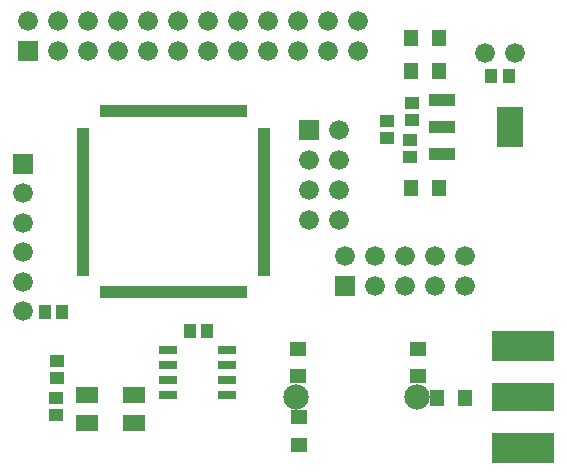
<source format=gts>
%FSLAX25Y25*%
%MOIN*%
G04 EasyPC Gerber Version 18.0.8 Build 3632 *
%ADD151R,0.01958X0.04340*%
%ADD149R,0.04340X0.01958*%
%ADD72R,0.04340X0.04931*%
%ADD152R,0.04734X0.05718*%
%ADD153R,0.06387X0.02923*%
%ADD88R,0.09065X0.13395*%
%ADD27R,0.06600X0.06600*%
%ADD28C,0.06600*%
%ADD154C,0.08474*%
%ADD29R,0.04931X0.04340*%
%ADD87R,0.09065X0.04340*%
%ADD73R,0.05718X0.04734*%
%ADD86R,0.07687X0.05324*%
%ADD155R,0.20600X0.09616*%
%ADD156R,0.20600X0.10246*%
X0Y0D02*
D02*
D27*
X13187Y151467D03*
X14833Y188907D03*
X108250Y162750D03*
X120250Y110750D03*
D02*
D28*
X13187Y102254D03*
Y112096D03*
Y121939D03*
Y131781D03*
Y141624D03*
X14833Y198907D03*
X24833Y188907D03*
Y198907D03*
X34833Y188907D03*
Y198907D03*
X44833Y188907D03*
Y198907D03*
X54833Y188907D03*
Y198907D03*
X64833Y188907D03*
Y198907D03*
X74833Y188907D03*
Y198907D03*
X84833Y188907D03*
Y198907D03*
X94833Y188907D03*
Y198907D03*
X104833Y188907D03*
Y198907D03*
X108250Y132750D03*
Y142750D03*
Y152750D03*
X114833Y188907D03*
Y198907D03*
X118250Y132750D03*
Y142750D03*
Y152750D03*
Y162750D03*
X120250Y120750D03*
X124833Y188907D03*
Y198907D03*
X130250Y110750D03*
Y120750D03*
X140250Y110750D03*
Y120750D03*
X150250Y110750D03*
Y120750D03*
X160250Y110750D03*
Y120750D03*
X167037Y188430D03*
X177037D03*
D02*
D29*
X24156Y67734D03*
Y73443D03*
X24344Y80057D03*
Y85766D03*
X134344Y159903D03*
Y165611D03*
X142144Y153703D03*
Y159411D03*
X142556Y165889D03*
Y171597D03*
D02*
D72*
X20234Y101844D03*
X25943D03*
X68557Y95656D03*
X74266D03*
X169189Y180644D03*
X174897D03*
D02*
D73*
X104573Y80545D03*
Y89797D03*
X104927Y57703D03*
Y66955D03*
X144573Y80545D03*
Y89797D03*
D02*
D86*
X34250Y64852D03*
Y74301D03*
X49998Y64852D03*
Y74301D03*
D02*
D87*
X152650Y154495D03*
Y163550D03*
Y172605D03*
D02*
D88*
X175485Y163550D03*
D02*
D149*
X33033Y115128D03*
Y117096D03*
Y119065D03*
Y121033D03*
Y123002D03*
Y124970D03*
Y126939D03*
Y128907D03*
Y130876D03*
Y132844D03*
Y134813D03*
Y136781D03*
Y138750D03*
Y140719D03*
Y142687D03*
Y144656D03*
Y146624D03*
Y148593D03*
Y150561D03*
Y152530D03*
Y154498D03*
Y156467D03*
Y158435D03*
Y160404D03*
Y162372D03*
X93467Y115128D03*
Y117096D03*
Y119065D03*
Y121033D03*
Y123002D03*
Y124970D03*
Y126939D03*
Y128907D03*
Y130876D03*
Y132844D03*
Y134813D03*
Y136781D03*
Y138750D03*
Y140719D03*
Y142687D03*
Y144656D03*
Y146624D03*
Y148593D03*
Y150561D03*
Y152530D03*
Y154498D03*
Y156467D03*
Y158435D03*
Y160404D03*
Y162372D03*
D02*
D151*
X39628Y108533D03*
Y168967D03*
X41596Y108533D03*
Y168967D03*
X43565Y108533D03*
Y168967D03*
X45533Y108533D03*
Y168967D03*
X47502Y108533D03*
Y168967D03*
X49470Y108533D03*
Y168967D03*
X51439Y108533D03*
Y168967D03*
X53407Y108533D03*
Y168967D03*
X55376Y108533D03*
Y168967D03*
X57344Y108533D03*
Y168967D03*
X59313Y108533D03*
Y168967D03*
X61281Y108533D03*
Y168967D03*
X63250Y108533D03*
Y168967D03*
X65219Y108533D03*
Y168967D03*
X67187Y108533D03*
Y168967D03*
X69156Y108533D03*
Y168967D03*
X71124Y108533D03*
Y168967D03*
X73093Y108533D03*
Y168967D03*
X75061Y108533D03*
Y168967D03*
X77030Y108533D03*
Y168967D03*
X78998Y108533D03*
Y168967D03*
X80967Y108533D03*
Y168967D03*
X82935Y108533D03*
Y168967D03*
X84904Y108533D03*
Y168967D03*
X86872Y108533D03*
Y168967D03*
D02*
D152*
X142445Y143227D03*
Y182227D03*
Y193227D03*
X151045Y73427D03*
X151697Y143227D03*
Y182227D03*
Y193227D03*
X160297Y73427D03*
D02*
D153*
X61348Y74250D03*
Y79250D03*
Y84250D03*
Y89250D03*
X81152Y74250D03*
Y79250D03*
Y84250D03*
Y89250D03*
D02*
D154*
X104191Y73750D03*
X144309D03*
D02*
D155*
X179644Y73561D03*
D02*
D156*
Y56553D03*
Y90569D03*
X0Y0D02*
M02*

</source>
